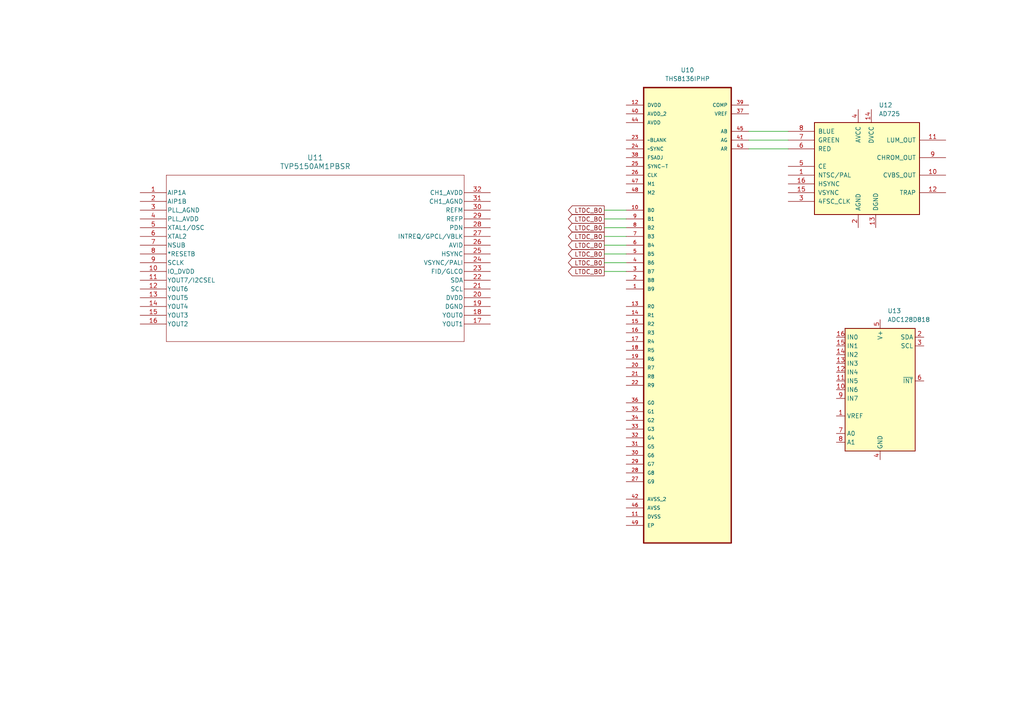
<source format=kicad_sch>
(kicad_sch (version 20250114) (generator "eeschema") (generator_version "9.0")
  (paper "A4")
  (lib_symbols
    (symbol "Analog_ADC:ADC128D818"
      (property "Reference" "U" (at -10.16 19.05 0))
      (property "Value" "ADC128D818" (at 1.27 19.05 0))
      (symbol "ADC128D818_0_1"
        (rectangle (start -10.16 17.78) (end 10.16 -17.78) (stroke (width 0.254)) (fill (type background)))
      )
      (symbol "ADC128D818_1_1"
        (pin input line (at -12.7 15.24 0) (length 2.54) (name "IN0") (number "16"))
        (pin input line (at -12.7 12.7 0) (length 2.54) (name "IN1") (number "15"))
        (pin input line (at -12.7 10.16 0) (length 2.54) (name "IN2") (number "14"))
        (pin input line (at -12.7 7.62 0) (length 2.54) (name "IN3") (number "13"))
        (pin input line (at -12.7 5.08 0) (length 2.54) (name "IN4") (number "12"))
        (pin input line (at -12.7 2.54 0) (length 2.54) (name "IN5") (number "11"))
        (pin input line (at -12.7 0 0) (length 2.54) (name "IN6") (number "10"))
        (pin input line (at -12.7 -2.54 0) (length 2.54) (name "IN7") (number "9"))
        (pin input line (at -12.7 -7.62 0) (length 2.54) (name "VREF") (number "1"))
        (pin input line (at -12.7 -12.7 0) (length 2.54) (name "A0") (number "7"))
        (pin input line (at -12.7 -15.24 0) (length 2.54) (name "A1") (number "8"))
        (pin power_in line (at 0 20.32 270) (length 2.54) (name "V+") (number "5"))
        (pin power_in line (at 0 -20.32 90) (length 2.54) (name "GND") (number "4"))
        (pin bidirectional line (at 12.7 15.24 180) (length 2.54) (name "SDA") (number "2"))
        (pin input line (at 12.7 12.7 180) (length 2.54) (name "SCL") (number "3"))
        (pin output line (at 12.7 2.54 180) (length 2.54) (name "~{INT}") (number "6"))
      )
    )
    (symbol "Snapeda:THS8136IPHP" (pin_names (offset 1.016))
      (property "Reference" "U" (at -5.3689 65.9534 0))
      (property "Value" "THS8136IPHP" (at -4.4995 -72.1957 0))
      (symbol "THS8136IPHP_0_0"
        (rectangle (start -12.7 -68.58) (end 12.7 63.5) (stroke (width 0.4064)) (fill (type background)))
        (pin power_in line (at -17.78 58.42 0) (length 5.08) (name "DVDD") (number "12"))
        (pin power_in line (at -17.78 55.88 0) (length 5.08) (name "AVDD_2") (number "40"))
        (pin power_in line (at -17.78 53.34 0) (length 5.08) (name "AVDD") (number "44"))
        (pin input line (at -17.78 48.26 0) (length 5.08) (name "~BLANK") (number "23"))
        (pin input line (at -17.78 45.72 0) (length 5.08) (name "~SYNC") (number "24"))
        (pin input line (at -17.78 43.18 0) (length 5.08) (name "FSADJ") (number "38"))
        (pin input line (at -17.78 40.64 0) (length 5.08) (name "SYNC-T") (number "25"))
        (pin input line (at -17.78 38.1 0) (length 5.08) (name "CLK") (number "26"))
        (pin input line (at -17.78 35.56 0) (length 5.08) (name "M1") (number "47"))
        (pin input line (at -17.78 33.02 0) (length 5.08) (name "M2") (number "48"))
        (pin input line (at -17.78 27.94 0) (length 5.08) (name "B0") (number "10"))
        (pin input line (at -17.78 25.4 0) (length 5.08) (name "B1") (number "9"))
        (pin input line (at -17.78 22.86 0) (length 5.08) (name "B2") (number "8"))
        (pin input line (at -17.78 20.32 0) (length 5.08) (name "B3") (number "7"))
        (pin input line (at -17.78 17.78 0) (length 5.08) (name "B4") (number "6"))
        (pin input line (at -17.78 15.24 0) (length 5.08) (name "B5") (number "5"))
        (pin input line (at -17.78 12.7 0) (length 5.08) (name "B6") (number "4"))
        (pin input line (at -17.78 10.16 0) (length 5.08) (name "B7") (number "3"))
        (pin input line (at -17.78 7.62 0) (length 5.08) (name "B8") (number "2"))
        (pin input line (at -17.78 5.08 0) (length 5.08) (name "B9") (number "1"))
        (pin input line (at -17.78 0 0) (length 5.08) (name "R0") (number "13"))
        (pin input line (at -17.78 -2.54 0) (length 5.08) (name "R1") (number "14"))
        (pin input line (at -17.78 -5.08 0) (length 5.08) (name "R2") (number "15"))
        (pin input line (at -17.78 -7.62 0) (length 5.08) (name "R3") (number "16"))
        (pin input line (at -17.78 -10.16 0) (length 5.08) (name "R4") (number "17"))
        (pin input line (at -17.78 -12.7 0) (length 5.08) (name "R5") (number "18"))
        (pin input line (at -17.78 -15.24 0) (length 5.08) (name "R6") (number "19"))
        (pin input line (at -17.78 -17.78 0) (length 5.08) (name "R7") (number "20"))
        (pin input line (at -17.78 -20.32 0) (length 5.08) (name "R8") (number "21"))
        (pin input line (at -17.78 -22.86 0) (length 5.08) (name "R9") (number "22"))
        (pin input line (at -17.78 -27.94 0) (length 5.08) (name "G0") (number "36"))
        (pin input line (at -17.78 -30.48 0) (length 5.08) (name "G1") (number "35"))
        (pin input line (at -17.78 -33.02 0) (length 5.08) (name "G2") (number "34"))
        (pin input line (at -17.78 -35.56 0) (length 5.08) (name "G3") (number "33"))
        (pin input line (at -17.78 -38.1 0) (length 5.08) (name "G4") (number "32"))
        (pin input line (at -17.78 -40.64 0) (length 5.08) (name "G5") (number "31"))
        (pin input line (at -17.78 -43.18 0) (length 5.08) (name "G6") (number "30"))
        (pin input line (at -17.78 -45.72 0) (length 5.08) (name "G7") (number "29"))
        (pin input line (at -17.78 -48.26 0) (length 5.08) (name "G8") (number "28"))
        (pin input line (at -17.78 -50.8 0) (length 5.08) (name "G9") (number "27"))
        (pin passive line (at -17.78 -55.88 0) (length 5.08) (name "AVSS_2") (number "42"))
        (pin passive line (at -17.78 -58.42 0) (length 5.08) (name "AVSS") (number "46"))
        (pin passive line (at -17.78 -60.96 0) (length 5.08) (name "DVSS") (number "11"))
        (pin passive line (at -17.78 -63.5 0) (length 5.08) (name "EP") (number "49"))
        (pin output line (at 17.78 58.42 180) (length 5.08) (name "COMP") (number "39"))
        (pin output line (at 17.78 55.88 180) (length 5.08) (name "VREF") (number "37"))
        (pin output line (at 17.78 50.8 180) (length 5.08) (name "AB") (number "45"))
        (pin output line (at 17.78 48.26 180) (length 5.08) (name "AG") (number "41"))
        (pin output line (at 17.78 45.72 180) (length 5.08) (name "AR") (number "43"))
      )
    )
    (symbol "Snapeda:TVP5150AM1PBSR" (pin_names (offset 0.254))
      (property "Reference" "U" (at 50.8 10.16 0))
      (property "Value" "TVP5150AM1PBSR" (at 50.8 7.62 0))
      (symbol "TVP5150AM1PBSR_0_1"
        (polyline (pts (xy 7.62 5.08) (xy 7.62 -43.18)) (stroke (width 0.127)))
        (polyline (pts (xy 7.62 -43.18) (xy 93.98 -43.18)) (stroke (width 0.127)))
        (polyline (pts (xy 93.98 5.08) (xy 7.62 5.08)) (stroke (width 0.127)))
        (polyline (pts (xy 93.98 -43.18) (xy 93.98 5.08)) (stroke (width 0.127)))
        (pin input line (at 0 0 0) (length 7.62) (name "AIP1A") (number "1"))
        (pin input line (at 0 -2.54 0) (length 7.62) (name "AIP1B") (number "2"))
        (pin power_in line (at 0 -5.08 0) (length 7.62) (name "PLL_AGND") (number "3"))
        (pin power_in line (at 0 -7.62 0) (length 7.62) (name "PLL_AVDD") (number "4"))
        (pin input line (at 0 -10.16 0) (length 7.62) (name "XTAL1/OSC") (number "5"))
        (pin output line (at 0 -12.7 0) (length 7.62) (name "XTAL2") (number "6"))
        (pin input line (at 0 -15.24 0) (length 7.62) (name "NSUB") (number "7"))
        (pin input line (at 0 -17.78 0) (length 7.62) (name "*RESETB") (number "8"))
        (pin output line (at 0 -20.32 0) (length 7.62) (name "SCLK") (number "9"))
        (pin power_in line (at 0 -22.86 0) (length 7.62) (name "IO_DVDD") (number "10"))
        (pin bidirectional line (at 0 -25.4 0) (length 7.62) (name "YOUT7/I2CSEL") (number "11"))
        (pin output line (at 0 -27.94 0) (length 7.62) (name "YOUT6") (number "12"))
        (pin output line (at 0 -30.48 0) (length 7.62) (name "YOUT5") (number "13"))
        (pin output line (at 0 -33.02 0) (length 7.62) (name "YOUT4") (number "14"))
        (pin output line (at 0 -35.56 0) (length 7.62) (name "YOUT3") (number "15"))
        (pin output line (at 0 -38.1 0) (length 7.62) (name "YOUT2") (number "16"))
        (pin input line (at 101.6 0 180) (length 7.62) (name "CH1_AVDD") (number "32"))
        (pin input line (at 101.6 -2.54 180) (length 7.62) (name "CH1_AGND") (number "31"))
        (pin input line (at 101.6 -5.08 180) (length 7.62) (name "REFM") (number "30"))
        (pin input line (at 101.6 -7.62 180) (length 7.62) (name "REFP") (number "29"))
        (pin input line (at 101.6 -10.16 180) (length 7.62) (name "PDN") (number "28"))
        (pin bidirectional line (at 101.6 -12.7 180) (length 7.62) (name "INTREQ/GPCL/VBLK") (number "27"))
        (pin output line (at 101.6 -15.24 180) (length 7.62) (name "AVID") (number "26"))
        (pin output line (at 101.6 -17.78 180) (length 7.62) (name "HSYNC") (number "25"))
        (pin output line (at 101.6 -20.32 180) (length 7.62) (name "VSYNC/PALI") (number "24"))
        (pin output line (at 101.6 -22.86 180) (length 7.62) (name "FID/GLCO") (number "23"))
        (pin bidirectional line (at 101.6 -25.4 180) (length 7.62) (name "SDA") (number "22"))
        (pin bidirectional line (at 101.6 -27.94 180) (length 7.62) (name "SCL") (number "21"))
        (pin power_in line (at 101.6 -30.48 180) (length 7.62) (name "DVDD") (number "20"))
        (pin power_in line (at 101.6 -33.02 180) (length 7.62) (name "DGND") (number "19"))
        (pin output line (at 101.6 -35.56 180) (length 7.62) (name "YOUT0") (number "18"))
        (pin output line (at 101.6 -38.1 180) (length 7.62) (name "YOUT1") (number "17"))
      )
    )
    (symbol "Video:AD725" (pin_names (offset 1.016))
      (property "Reference" "U12" (at 3.4133 17.78 0))
      (property "Value" "AD725" (at 3.4133 15.24 0))
      (symbol "AD725_0_1"
        (rectangle (start -15.24 12.7) (end 15.24 -13.97) (stroke (width 0.254)) (fill (type background)))
      )
      (symbol "AD725_1_1"
        (pin input line (at -22.86 10.16 0) (length 7.62) (name "BLUE") (number "8"))
        (pin input line (at -22.86 7.62 0) (length 7.62) (name "GREEN") (number "7"))
        (pin input line (at -22.86 5.08 0) (length 7.62) (name "RED") (number "6"))
        (pin power_in line (at -22.86 0 0) (length 7.62) (name "CE") (number "5"))
        (pin input line (at -22.86 -2.54 0) (length 7.62) (name "NTSC/PAL") (number "1"))
        (pin input line (at -22.86 -5.08 0) (length 7.62) (name "HSYNC") (number "16"))
        (pin input line (at -22.86 -7.62 0) (length 7.62) (name "VSYNC") (number "15"))
        (pin input line (at -22.86 -10.16 0) (length 7.62) (name "4FSC_CLK") (number "3"))
        (pin power_in line (at -2.54 16.51 270) (length 3.81) (name "AVCC") (number "4"))
        (pin power_in line (at -2.54 -17.78 90) (length 3.81) (name "AGND") (number "2"))
        (pin power_in line (at 1.27 16.51 270) (length 3.81) (name "DVCC") (number "14"))
        (pin power_in line (at 2.54 -17.78 90) (length 3.81) (name "DGND") (number "13"))
        (pin output line (at 22.86 7.62 180) (length 7.62) (name "LUM_OUT") (number "11"))
        (pin output line (at 22.86 2.54 180) (length 7.62) (name "CHROM_OUT") (number "9"))
        (pin output line (at 22.86 -2.54 180) (length 7.62) (name "CVBS_OUT") (number "10"))
        (pin input line (at 22.86 -7.62 180) (length 7.62) (name "TRAP") (number "12"))
      )
    )
  )
  (wire (pts (xy 175.26 68.58) (xy 181.61 68.58)))
  (wire (pts (xy 175.26 76.2) (xy 181.61 76.2)))
  (wire (pts (xy 217.17 40.64) (xy 228.6 40.64)))
  (wire (pts (xy 175.26 73.66) (xy 181.61 73.66)))
  (wire (pts (xy 175.26 60.96) (xy 181.61 60.96)))
  (wire (pts (xy 175.26 63.5) (xy 181.61 63.5)))
  (wire (pts (xy 217.17 38.1) (xy 228.6 38.1)))
  (wire (pts (xy 217.17 43.18) (xy 228.6 43.18)))
  (wire (pts (xy 175.26 66.04) (xy 181.61 66.04)))
  (wire (pts (xy 175.26 71.12) (xy 181.61 71.12)))
  (wire (pts (xy 175.26 78.74) (xy 181.61 78.74)))
  (global_label "LTDC_B0" (shape output) (at 175.26 76.2 180) (property "Intersheetrefs" "${INTERSHEET_REFS}" (effects (hide yes))))
  (global_label "LTDC_B0" (shape output) (at 175.26 71.12 180) (property "Intersheetrefs" "${INTERSHEET_REFS}" (effects (hide yes))))
  (global_label "LTDC_B0" (shape output) (at 175.26 63.5 180) (property "Intersheetrefs" "${INTERSHEET_REFS}" (effects (hide yes))))
  (global_label "LTDC_B0" (shape output) (at 175.26 68.58 180) (property "Intersheetrefs" "${INTERSHEET_REFS}" (effects (hide yes))))
  (global_label "LTDC_B0" (shape output) (at 175.26 73.66 180) (property "Intersheetrefs" "${INTERSHEET_REFS}" (effects (hide yes))))
  (global_label "LTDC_B0" (shape output) (at 175.26 66.04 180) (property "Intersheetrefs" "${INTERSHEET_REFS}" (effects (hide yes))))
  (global_label "LTDC_B0" (shape output) (at 175.26 78.74 180) (property "Intersheetrefs" "${INTERSHEET_REFS}" (effects (hide yes))))
  (global_label "LTDC_B0" (shape output) (at 175.26 60.96 180) (property "Intersheetrefs" "${INTERSHEET_REFS}" (effects (hide yes))))
  (symbol (lib_id "Snapeda:TVP5150AM1PBSR") (at 40.64 55.88 0) (unit 1)
    (property "Reference" "U11" (at 91.44 45.72 0) (effects (font (size 1.524 1.524))))
    (property "Value" "TVP5150AM1PBSR" (at 91.44 48.26 0) (effects (font (size 1.524 1.524))))
    (property "Footprint" "Snapeda:PBS32" (effects (hide yes)))
    (property "Datasheet" "TVP5150AM1PBSR" (effects (hide yes)))
  )
  (symbol (lib_id "Analog_ADC:ADC128D818") (at 255.27 113.03 0) (unit 1)
    (property "Reference" "U13" (at 257.4133 90.17 0) (effects (justify left)))
    (property "Value" "ADC128D818" (at 257.4133 92.71 0) (effects (justify left)))
    (property "Footprint" "Package_SO:SOIC-16W_7.5x10.3mm_P1.27mm" (effects (hide yes)))
    (property "Datasheet" "http://www.ti.com/lit/ds/symlink/adc128d818.pdf" (effects (hide yes)))
    (property "Description" "12-Bit, 8-Channel, ADC System Monitor With Temperature Sensor, I2C Interface, TSSOP-16" (effects (hide yes)))
  )
  (symbol (lib_id "Snapeda:THS8136IPHP") (at 199.39 88.9 0) (unit 1)
    (property "Reference" "U10" (at 199.39 20.32 0))
    (property "Value" "THS8136IPHP" (at 199.39 22.86 0))
    (property "Footprint" "Snapeda:THS8136IPHP_QFP50P900X900X120-49N" (effects (hide yes)))
    (property "SUPPLIER" "Texas Instruments" (effects (hide yes)))
    (property "OC_FARNELL" "1755236" (effects (hide yes)))
    (property "OC_NEWARK" "45P8210" (effects (hide yes)))
    (property "MPN" "THS8136IPHP" (effects (hide yes)))
    (property "PACKAGE" "HTQFP-48" (effects (hide yes)))
  )
  (symbol (lib_id "Video:AD725") (at 251.46 48.26 0) (unit 1)
    (property "Reference" "U12" (at 254.8733 30.48 0) (effects (justify left)))
    (property "Value" "AD725" (at 254.8733 33.02 0) (effects (justify left)))
    (property "Footprint" "Package_SO:SOIC-16W_7.5x10.3mm_P1.27mm" (effects (hide yes)))
    (property "Datasheet" "https://www.analog.com/media/en/technical-documentation/data-sheets/AD725.pdf" (effects (hide yes)))
    (property "Description" "Low Cost RGB to NTSC/PAL Encoder with Luma Trap Port" (effects (hide yes)))
  )
)
</source>
